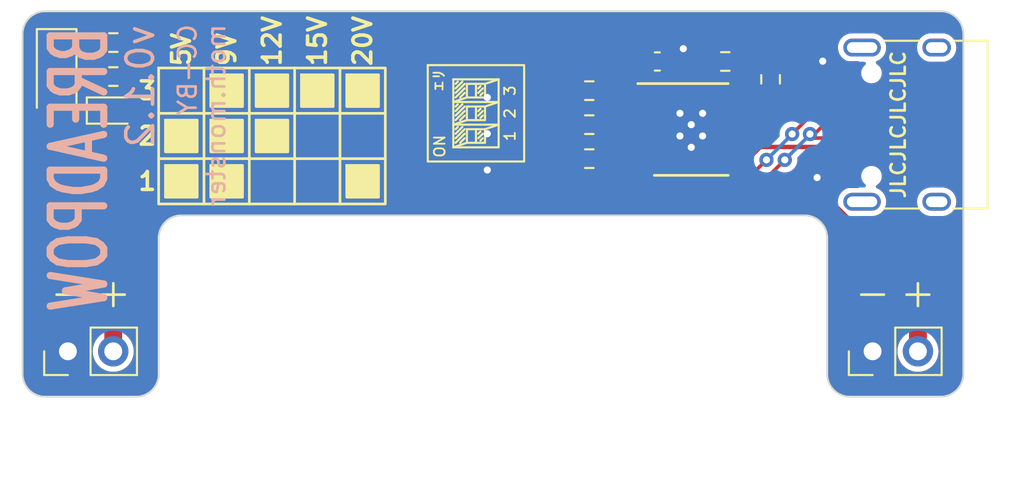
<source format=kicad_pcb>
(kicad_pcb (version 20221018) (generator pcbnew)
  (title_block (title "BREADPOW") (date "2023-08-30") (rev "0.1.2") (company "moth.monster"))
  (layers (0 "F.Cu" signal) (31 "B.Cu" signal) (34 "B.Paste" user) (35 "F.Paste" user) (36 "B.SilkS" user "B.Silkscreen") (37 "F.SilkS" user "F.Silkscreen") (38 "B.Mask" user) (39 "F.Mask" user) (44 "Edge.Cuts" user))
  (net 0 "")
  (net 1 "VDD")
  (net 2 "GND")
  (net 3 "Net-(D1-A)")
  (net 4 "Net-(D2-K)")
  (net 5 "VBUS")
  (net 6 "CC1")
  (net 7 "D+")
  (net 8 "D-")
  (net 10 "CC2")
  (net 13 "Net-(U1-VBUS)")
  (net 14 "CFG1")
  (net 15 "CFG2")
  (net 16 "CFG3")
  (footprint "Resistor_SMD:R_0603_1608Metric" (layer "F.Cu") (at 154.305 58.42 180)
    (fp_text reference "R4" hide)
    (fp_text value "10kΩ")
    (fp_line (start -0.237258 -0.5225) (end 0.237258 -0.5225) (stroke (width 0.12)) (layer "F.SilkS"))
    (fp_line (start -0.237258 0.5225) (end 0.237258 0.5225) (stroke (width 0.12)) (layer "F.SilkS"))
    (pad "1" smd roundrect (at -0.825 0 180) (size 0.8 0.95) (layers "F.Cu" "F.Paste" "F.Mask") (net 1 "VDD"))
    (pad "2" smd roundrect (at 0.825 0 180) (size 0.8 0.95) (layers "F.Cu" "F.Paste" "F.Mask") (net 15 "CFG2"))
  )
  (footprint "Diode_SMD:D_MiniMELF" (layer "F.Cu") (at 124.46 55.725 -90)
    (fp_text reference "D2" hide)
    (fp_text value "D_Zener")
    (fp_line (start -2.66 -1.11) (end -2.66 1.11) (stroke (width 0.12)) (layer "F.SilkS"))
    (fp_line (start -2.66 1.11) (end 1.75 1.11) (stroke (width 0.12)) (layer "F.SilkS"))
    (fp_line (start 1.75 -1.11) (end -2.66 -1.11) (stroke (width 0.12)) (layer "F.SilkS"))
    (pad "1" smd roundrect (at -1.75 0 270) (size 1.3 1.7) (layers "F.Cu" "F.Paste" "F.Mask") (roundrect_rratio 0.1923076923) (net 4 "Net-(D2-K)"))
    (pad "2" smd roundrect (at 1.75 0 270) (size 1.3 1.7) (layers "F.Cu" "F.Paste" "F.Mask") (roundrect_rratio 0.1923076923) (net 2 "GND"))
  )
  (footprint "Capacitor_SMD:C_0603_1608Metric" (layer "F.Cu") (at 158.115 54.88)
    (fp_text reference "C1" hide)
    (fp_text value "1µF")
    (fp_line (start -0.14058 -0.51) (end 0.14058 -0.51) (stroke (width 0.12)) (layer "F.SilkS"))
    (fp_line (start -0.14058 0.51) (end 0.14058 0.51) (stroke (width 0.12)) (layer "F.SilkS"))
    (pad "1" smd roundrect (at -0.775 0) (size 0.9 0.95) (layers "F.Cu" "F.Paste" "F.Mask") (net 1 "VDD"))
    (pad "2" smd roundrect (at 0.775 0) (size 0.9 0.95) (layers "F.Cu" "F.Paste" "F.Mask") (net 2 "GND"))
  )
  (footprint "Resistor_SMD:R_0603_1608Metric" (layer "F.Cu") (at 127.635 53.82)
    (fp_text reference "R6" hide)
    (fp_text value "100Ω")
    (fp_line (start -0.237258 -0.5225) (end 0.237258 -0.5225) (stroke (width 0.12)) (layer "F.SilkS"))
    (fp_line (start -0.237258 0.5225) (end 0.237258 0.5225) (stroke (width 0.12)) (layer "F.SilkS"))
    (pad "1" smd roundrect (at -0.825 0) (size 0.8 0.95) (layers "F.Cu" "F.Paste" "F.Mask") (net 4 "Net-(D2-K)"))
    (pad "2" smd roundrect (at 0.825 0) (size 0.8 0.95) (layers "F.Cu" "F.Paste" "F.Mask") (net 5 "VBUS"))
  )
  (footprint "Connector_PinHeader_2.54mm:PinHeader_1x02_P2.54mm_Vertical" (layer "F.Cu") (at 125.09 71.12 90)
    (fp_text reference "J2" hide)
    (fp_text value "Conn_01x02_Pin")
    (fp_line (start -1.33 -1.33) (end 0 -1.33) (stroke (width 0.12)) (layer "F.SilkS"))
    (fp_line (start -1.33 0) (end -1.33 -1.33) (stroke (width 0.12)) (layer "F.SilkS"))
    (fp_line (start -1.33 1.27) (end -1.33 3.87) (stroke (width 0.12)) (layer "F.SilkS"))
    (fp_line (start -1.33 1.27) (end 1.33 1.27) (stroke (width 0.12)) (layer "F.SilkS"))
    (fp_line (start -1.33 3.87) (end 1.33 3.87) (stroke (width 0.12)) (layer "F.SilkS"))
    (fp_line (start 1.33 1.27) (end 1.33 3.87) (stroke (width 0.12)) (layer "F.SilkS"))
    (pad "1" thru_hole rect (at 0 0 90) (size 1.7 1.7) (drill 1) (layers "*.Cu" "*.Mask") (net 2 "GND"))
    (pad "2" thru_hole oval (at 0 2.54 90) (size 1.7 1.7) (drill 1) (layers "*.Cu" "*.Mask") (net 5 "VBUS"))
  )
  (footprint "Connector_PinHeader_2.54mm:PinHeader_1x02_P2.54mm_Vertical" (layer "F.Cu") (at 170.18 71.12 90)
    (fp_text reference "J3" hide)
    (fp_text value "Conn_01x02_Pin")
    (fp_line (start -1.33 -1.33) (end 0 -1.33) (stroke (width 0.12)) (layer "F.SilkS"))
    (fp_line (start -1.33 0) (end -1.33 -1.33) (stroke (width 0.12)) (layer "F.SilkS"))
    (fp_line (start -1.33 1.27) (end -1.33 3.87) (stroke (width 0.12)) (layer "F.SilkS"))
    (fp_line (start -1.33 1.27) (end 1.33 1.27) (stroke (width 0.12)) (layer "F.SilkS"))
    (fp_line (start -1.33 3.87) (end 1.33 3.87) (stroke (width 0.12)) (layer "F.SilkS"))
    (fp_line (start 1.33 1.27) (end 1.33 3.87) (stroke (width 0.12)) (layer "F.SilkS"))
    (pad "1" thru_hole rect (at 0 0 90) (size 1.7 1.7) (drill 1) (layers "*.Cu" "*.Mask") (net 2 "GND"))
    (pad "2" thru_hole oval (at 0 2.54 90) (size 1.7 1.7) (drill 1) (layers "*.Cu" "*.Mask") (net 5 "VBUS"))
  )
  (footprint "breadpow:DSHP03TSGER" (layer "F.Cu") (at 147.955 57.785)
    (fp_text reference "SW1" hide)
    (fp_text value "SW_DIP_x03")
    (fp_text user "2" (at 1.905 0 90 unlocked) (layer "F.SilkS") (effects (font (size 0.6 0.6) (thickness 0.1) bold)))
    (fp_text user "1" (at 1.905 1.27 90 unlocked) (layer "F.SilkS") (effects (font (size 0.6 0.6) (thickness 0.1) bold)))
    (fp_text user "ON" (at -2.032 2.54 90 unlocked) (layer "F.SilkS") (effects (font (size 0.6 0.6) (thickness 0.1) bold) (justify left)))
    (fp_text user "3" (at 1.905 -1.27 90 unlocked) (layer "F.SilkS") (effects (font (size 0.6 0.6) (thickness 0.1) bold)))
    (fp_text user "エリ" (at -2.032 -2.54 90 unlocked) (layer "F.SilkS") (effects (font (size 0.6 0.6) (thickness 0.1) bold) (justify right)))
    (fp_line (start -1.27 -1.905) (end 1.27 -1.905) (stroke (width 0.12)) (layer "F.SilkS"))
    (fp_line (start -1.27 -0.635) (end -0.508 -0.889) (stroke (width 0.12)) (layer "F.SilkS"))
    (fp_line (start -1.27 -0.635) (end 1.27 -0.635) (stroke (width 0.12)) (layer "F.SilkS"))
    (fp_line (start -1.27 0.635) (end -0.508 0.381) (stroke (width 0.12)) (layer "F.SilkS"))
    (fp_line (start -1.27 0.635) (end 1.27 0.635) (stroke (width 0.12)) (layer "F.SilkS"))
    (fp_line (start -1.27 1.905) (end -1.27 -1.905) (stroke (width 0.12)) (layer "F.SilkS"))
    (fp_line (start -1.27 1.905) (end -0.508 1.651) (stroke (width 0.12)) (layer "F.SilkS"))
    (fp_line (start -1.143 -1.651) (end -1.016 -1.778) (stroke (width 0.12)) (layer "F.SilkS"))
    (fp_line (start -1.143 -1.397) (end -0.762 -1.778) (stroke (width 0.12)) (layer "F.SilkS"))
    (fp_line (start -1.143 -1.143) (end -0.635 -1.651) (stroke (width 0.12)) (layer "F.SilkS"))
    (fp_line (start -1.143 -0.889) (end -0.635 -1.397) (stroke (width 0.12)) (layer "F.SilkS"))
    (fp_line (start -1.143 -0.381) (end -1.016 -0.508) (stroke (width 0.12)) (layer "F.SilkS"))
    (fp_line (start -1.143 -0.127) (end -0.762 -0.508) (stroke (width 0.12)) (layer "F.SilkS"))
    (fp_line (start -1.143 0.127) (end -0.635 -0.381) (stroke (width 0.12)) (layer "F.SilkS"))
    (fp_line (start -1.143 0.381) (end -0.635 -0.127) (stroke (width 0.12)) (layer "F.SilkS"))
    (fp_line (start -1.143 0.889) (end -1.016 0.762) (stroke (width 0.12)) (layer "F.SilkS"))
    (fp_line (start -1.143 1.143) (end -0.762 0.762) (stroke (width 0.12)) (layer "F.SilkS"))
    (fp_line (start -1.143 1.397) (end -0.635 0.889) (stroke (width 0.12)) (layer "F.SilkS"))
    (fp_line (start -1.143 1.651) (end -0.635 1.143) (stroke (width 0.12)) (layer "F.SilkS"))
    (fp_line (start -0.889 -0.889) (end -0.635 -1.143) (stroke (width 0.12)) (layer "F.SilkS"))
    (fp_line (start -0.889 0.381) (end -0.635 0.127) (stroke (width 0.12)) (layer "F.SilkS"))
    (fp_line (start -0.889 1.651) (end -0.635 1.397) (stroke (width 0.12)) (layer "F.SilkS"))
    (fp_line (start 0 -0.889) (end 0 -1.651) (stroke (width 0.12)) (layer "F.SilkS"))
    (fp_line (start 0 -0.381) (end 0 0.381) (stroke (width 0.12)) (layer "F.SilkS"))
    (fp_line (start 0 1.651) (end 0 0.889) (stroke (width 0.12)) (layer "F.SilkS"))
    (fp_line (start 0.127 -1.397) (end 0.254 -1.524) (stroke (width 0.12)) (layer "F.SilkS"))
    (fp_line (start 0.127 -1.143) (end 0.381 -1.397) (stroke (width 0.12)) (layer "F.SilkS"))
    (fp_line (start 0.127 -0.127) (end 0.254 -0.254) (stroke (width 0.12)) (layer "F.SilkS"))
    (fp_line (start 0.127 0.127) (end 0.381 -0.127) (stroke (width 0.12)) (layer "F.SilkS"))
    (fp_line (start 0.127 1.143) (end 0.254 1.016) (stroke (width 0.12)) (layer "F.SilkS"))
    (fp_line (start 0.127 1.397) (end 0.381 1.143) (stroke (width 0.12)) (layer "F.SilkS"))
    (fp_line (start 0.254 -1.016) (end 0.381 -1.143) (stroke (width 0.12)) (layer "F.SilkS"))
    (fp_line (start 0.254 0.254) (end 0.381 0.127) (stroke (width 0.12)) (layer "F.SilkS"))
    (fp_line (start 0.254 1.524) (end 0.381 1.397) (stroke (width 0.12)) (layer "F.SilkS"))
    (fp_line (start 0.508 -0.381) (end 1.27 -0.635) (stroke (width 0.12)) (layer "F.SilkS"))
    (fp_line (start 0.508 0.889) (end 1.27 0.635) (stroke (width 0.12)) (layer "F.SilkS"))
    (fp_line (start 1.27 -1.905) (end 0.508 -1.651) (stroke (width 0.12)) (layer "F.SilkS"))
    (fp_line (start 1.27 -1.905) (end 1.27 1.905) (stroke (width 0.12)) (layer "F.SilkS"))
    (fp_line (start 1.27 1.905) (end -1.27 1.905) (stroke (width 0.12)) (layer "F.SilkS"))
    (fp_rect (start -2.7 -2.7) (end 2.7 2.7) (stroke (width 0.12)) (fill none) (layer "F.SilkS"))
    (fp_rect (start -0.508 -1.651) (end 0.508 -0.889) (stroke (width 0.12)) (fill none) (layer "F.SilkS"))
    (fp_rect (start -0.508 -0.381) (end 0.508 0.381) (stroke (width 0.12)) (fill none) (layer "F.SilkS"))
    (fp_rect (start -0.508 0.889) (end 0.508 1.651) (stroke (width 0.12)) (fill none) (layer "F.SilkS"))
    (pad "1" smd rect (at -3.81 -1.27) (size 1.27 0.76) (layers "F.Cu" "F.Paste" "F.Mask") (net 2 "GND"))
    (pad "2" smd rect (at -3.81 0) (size 1.27 0.76) (layers "F.Cu" "F.Paste" "F.Mask") (net 2 "GND"))
    (pad "3" smd rect (at -3.81 1.27) (size 1.27 0.76) (layers "F.Cu" "F.Paste" "F.Mask") (net 2 "GND"))
    (pad "4" smd rect (at 3.81 -1.27) (size 1.27 0.76) (layers "F.Cu" "F.Paste" "F.Mask") (net 14 "CFG1"))
    (pad "5" smd rect (at 3.81 0) (size 1.27 0.76) (layers "F.Cu" "F.Paste" "F.Mask") (net 15 "CFG2"))
    (pad "6" smd rect (at 3.81 1.27) (size 1.27 0.76) (layers "F.Cu" "F.Paste" "F.Mask") (net 16 "CFG3"))
  )
  (footprint "Resistor_SMD:R_0603_1608Metric" (layer "F.Cu") (at 164.465 55.88 90)
    (fp_text reference "R2" hide)
    (fp_text value "10kΩ")
    (fp_line (start -0.237258 -0.5225) (end 0.237258 -0.5225) (stroke (width 0.12)) (layer "F.SilkS"))
    (fp_line (start -0.237258 0.5225) (end 0.237258 0.5225) (stroke (width 0.12)) (layer "F.SilkS"))
    (pad "1" smd roundrect (at -0.825 0 90) (size 0.8 0.95) (layers "F.Cu" "F.Paste" "F.Mask") (net 13 "Net-(U1-VBUS)"))
    (pad "2" smd roundrect (at 0.825 0 90) (size 0.8 0.95) (layers "F.Cu" "F.Paste" "F.Mask") (net 5 "VBUS"))
  )
  (footprint "Resistor_SMD:R_0603_1608Metric" (layer "F.Cu") (at 154.305 56.515 180)
    (fp_text reference "R3" hide)
    (fp_text value "10kΩ")
    (fp_line (start -0.237258 -0.5225) (end 0.237258 -0.5225) (stroke (width 0.12)) (layer "F.SilkS"))
    (fp_line (start -0.237258 0.5225) (end 0.237258 0.5225) (stroke (width 0.12)) (layer "F.SilkS"))
    (pad "1" smd roundrect (at -0.825 0 180) (size 0.8 0.95) (layers "F.Cu" "F.Paste" "F.Mask") (net 1 "VDD"))
    (pad "2" smd roundrect (at 0.825 0 180) (size 0.8 0.95) (layers "F.Cu" "F.Paste" "F.Mask") (net 14 "CFG1"))
  )
  (footprint "Resistor_SMD:R_0603_1608Metric" (layer "F.Cu") (at 154.305 60.325 180)
    (fp_text reference "R5" hide)
    (fp_text value "10kΩ")
    (fp_line (start -0.237258 -0.5225) (end 0.237258 -0.5225) (stroke (width 0.12)) (layer "F.SilkS"))
    (fp_line (start -0.237258 0.5225) (end 0.237258 0.5225) (stroke (width 0.12)) (layer "F.SilkS"))
    (pad "1" smd roundrect (at -0.825 0 180) (size 0.8 0.95) (layers "F.Cu" "F.Paste" "F.Mask") (net 1 "VDD"))
    (pad "2" smd roundrect (at 0.825 0 180) (size 0.8 0.95) (layers "F.Cu" "F.Paste" "F.Mask") (net 16 "CFG3"))
  )
  (footprint "Resistor_SMD:R_0603_1608Metric" (layer "F.Cu") (at 161.925 54.88)
    (fp_text reference "R1" hide)
    (fp_text value "1kΩ")
    (fp_line (start -0.237258 -0.5225) (end 0.237258 -0.5225) (stroke (width 0.12)) (layer "F.SilkS"))
    (fp_line (start -0.237258 0.5225) (end 0.237258 0.5225) (stroke (width 0.12)) (layer "F.SilkS"))
    (pad "1" smd roundrect (at -0.825 0) (size 0.8 0.95) (layers "F.Cu" "F.Paste" "F.Mask") (net 1 "VDD"))
    (pad "2" smd roundrect (at 0.825 0) (size 0.8 0.95) (layers "F.Cu" "F.Paste" "F.Mask") (net 5 "VBUS"))
  )
  (footprint "Connector_USB:USB_C_Receptacle_HRO_TYPE-C-31-M-12" (layer "F.Cu") (at 172.72 58.42 90)
    (fp_text reference "J1" hide)
    (fp_text value "HRO 31-M-12")
    (fp_line (start -4.7 -1.9) (end -4.7 0.1) (stroke (width 0.12)) (layer "F.SilkS"))
    (fp_line (start -4.7 2) (end -4.7 3.9) (stroke (width 0.12)) (layer "F.SilkS"))
    (fp_line (start -4.7 3.9) (end 4.7 3.9) (stroke (width 0.12)) (layer "F.SilkS"))
    (fp_line (start 4.7 -1.9) (end 4.7 0.1) (stroke (width 0.12)) (layer "F.SilkS"))
    (fp_line (start 4.7 2) (end 4.7 3.9) (stroke (width 0.12)) (layer "F.SilkS"))
    (pad "" np_thru_hole circle (at -2.89 -2.6 90) (size 0.65 0.65) (drill 0.65) (layers "*.Cu" "*.Mask"))
    (pad "" np_thru_hole circle (at 2.89 -2.6 90) (size 0.65 0.65) (drill 0.65) (layers "*.Cu" "*.Mask"))
    (pad "A1" smd rect (at -3.25 -4.045 90) (size 0.6 1.45) (layers "F.Cu" "F.Paste" "F.Mask") (net 2 "GND"))
    (pad "A4" smd rect (at -2.45 -4.045 90) (size 0.6 1.45) (layers "F.Cu" "F.Paste" "F.Mask") (net 5 "VBUS"))
    (pad "A5" smd rect (at -1.25 -4.045 90) (size 0.3 1.45) (layers "F.Cu" "F.Paste" "F.Mask") (net 6 "CC1"))
    (pad "A6" smd rect (at -0.25 -4.045 90) (size 0.3 1.45) (layers "F.Cu" "F.Paste" "F.Mask") (net 7 "D+"))
    (pad "A7" smd rect (at 0.25 -4.045 90) (size 0.3 1.45) (layers "F.Cu" "F.Paste" "F.Mask") (net 8 "D-"))
    (pad "A8" smd rect (at 1.25 -4.045 90) (size 0.3 1.45) (layers "F.Cu" "F.Paste" "F.Mask"))
    (pad "A9" smd rect (at 2.45 -4.045 90) (size 0.6 1.45) (layers "F.Cu" "F.Paste" "F.Mask") (net 5 "VBUS"))
    (pad "A12" smd rect (at 3.25 -4.045 90) (size 0.6 1.45) (layers "F.Cu" "F.Paste" "F.Mask") (net 2 "GND"))
    (pad "B1" smd rect (at 3.25 -4.045 90) (size 0.6 1.45) (layers "F.Cu" "F.Paste" "F.Mask") (net 2 "GND"))
    (pad "B4" smd rect (at 2.45 -4.045 90) (size 0.6 1.45) (layers "F.Cu" "F.Paste" "F.Mask") (net 5 "VBUS"))
    (pad "B5" smd rect (at 1.75 -4.045 90) (size 0.3 1.45) (layers "F.Cu" "F.Paste" "F.Mask") (net 10 "CC2"))
    (pad "B6" smd rect (at 0.75 -4.045 90) (size 0.3 1.45) (layers "F.Cu" "F.Paste" "F.Mask") (net 7 "D+"))
    (pad "B7" smd rect (at -0.75 -4.045 90) (size 0.3 1.45) (layers "F.Cu" "F.Paste" "F.Mask") (net 8 "D-"))
    (pad "B8" smd rect (at -1.75 -4.045 90) (size 0.3 1.45) (layers "F.Cu" "F.Paste" "F.Mask"))
    (pad "B9" smd rect (at -2.45 -4.045 90) (size 0.6 1.45) (layers "F.Cu" "F.Paste" "F.Mask") (net 5 "VBUS"))
    (pad "B12" smd rect (at -3.25 -4.045 90) (size 0.6 1.45) (layers "F.Cu" "F.Paste" "F.Mask") (net 2 "GND"))
    (pad "S1" thru_hole oval (at -4.32 -3.13 90) (size 1 2.1) (drill oval 0.6 1.7) (layers "*.Cu" "*.Mask"))
    (pad "S1" thru_hole oval (at -4.32 1.05 90) (size 1 1.6) (drill oval 0.6 1.2) (layers "*.Cu" "*.Mask"))
    (pad "S1" thru_hole oval (at 4.32 -3.13 90) (size 1 2.1) (drill oval 0.6 1.7) (layers "*.Cu" "*.Mask"))
    (pad "S1" thru_hole oval (at 4.32 1.05 90) (size 1 1.6) (drill oval 0.6 1.2) (layers "*.Cu" "*.Mask"))
  )
  (footprint "Resistor_SMD:R_0603_1608Metric" (layer "F.Cu") (at 127.635 55.725 180)
    (fp_text reference "R7" hide)
    (fp_text value "100Ω")
    (fp_line (start -0.237258 -0.5225) (end 0.237258 -0.5225) (stroke (width 0.12)) (layer "F.SilkS"))
    (fp_line (start -0.237258 0.5225) (end 0.237258 0.5225) (stroke (width 0.12)) (layer "F.SilkS"))
    (pad "1" smd roundrect (at -0.825 0 180) (size 0.8 0.95) (layers "F.Cu" "F.Paste" "F.Mask") (net 3 "Net-(D1-A)"))
    (pad "2" smd roundrect (at 0.825 0 180) (size 0.8 0.95) (layers "F.Cu" "F.Paste" "F.Mask") (net 4 "Net-(D2-K)"))
  )
  (footprint "LED_SMD:LED_0603_1608Metric" (layer "F.Cu") (at 127.635 57.63)
    (fp_text reference "D1" hide)
    (fp_text value "LED")
    (fp_line (start -1.485 -0.735) (end -1.485 0.735) (stroke (width 0.12)) (layer "F.SilkS"))
    (fp_line (start -1.485 0.735) (end 0.8 0.735) (stroke (width 0.12)) (layer "F.SilkS"))
    (fp_line (start 0.8 -0.735) (end -1.485 -0.735) (stroke (width 0.12)) (layer "F.SilkS"))
    (pad "1" smd roundrect (at -0.7875 0) (size 0.875 0.95) (layers "F.Cu" "F.Paste" "F.Mask") (net 2 "GND"))
    (pad "2" smd roundrect (at 0.7875 0) (size 0.875 0.95) (layers "F.Cu" "F.Paste" "F.Mask") (net 3 "Net-(D1-A)"))
  )
  (footprint "breadpow:CH224K_ESSOP10" (layer "F.Cu") (at 160.02 58.69)
    (fp_text reference "U1" hide)
    (fp_text value "CH224K")
    (fp_line (start -3 -2.57) (end 2.07 -2.57) (stroke (width 0.15)) (layer "F.SilkS"))
    (fp_line (start -2.07 2.57) (end 2.07 2.57) (stroke (width 0.15)) (layer "F.SilkS"))
    (pad "1" smd rect (at -2.55 -2) (size 1.1 0.51) (layers "F.Cu" "F.Paste" "F.Mask") (net 1 "VDD"))
    (pad "2" smd rect (at -2.55 -1) (size 1.1 0.51) (layers "F.Cu" "F.Paste" "F.Mask") (net 15 "CFG2"))
    (pad "3" smd rect (at -2.55 0) (size 1.1 0.51) (layers "F.Cu" "F.Paste" "F.Mask") (net 16 "CFG3"))
    (pad "4" smd rect (at -2.55 1) (size 1.1 0.51) (layers "F.Cu" "F.Paste" "F.Mask") (net 7 "D+"))
    (pad "5" smd rect (at -2.55 2) (size 1.1 0.51) (layers "F.Cu" "F.Paste" "F.Mask") (net 8 "D-"))
    (pad "6" smd rect (at 2.55 2) (size 1.1 0.51) (layers "F.Cu" "F.Paste" "F.Mask") (net 6 "CC1"))
    (pad "7" smd rect (at 2.55 1) (size 1.1 0.51) (layers "F.Cu" "F.Paste" "F.Mask") (net 10 "CC2"))
    (pad "8" smd rect (at 2.55 0) (size 1.1 0.51) (layers "F.Cu" "F.Paste" "F.Mask") (net 13 "Net-(U1-VBUS)"))
    (pad "9" smd rect (at 2.55 -1) (size 1.1 0.51) (layers "F.Cu" "F.Paste" "F.Mask") (net 14 "CFG1"))
    (pad "10" smd rect (at 2.55 -2) (size 1.1 0.51) (layers "F.Cu" "F.Paste" "F.Mask"))
    (pad "11" smd rect (at 0 0) (size 2.3 3.2) (layers "F.Cu" "F.Paste" "F.Mask") (net 2 "GND"))
  )
  (gr_rect (start 135.636 58.166) (end 137.414 59.944) (stroke (width 0.15)) (fill solid) (layer "F.SilkS"))
  (gr_rect (start 135.636 55.626) (end 137.414 57.404) (stroke (width 0.15)) (fill solid) (layer "F.SilkS"))
  (gr_line (start 130.175 57.785) (end 142.875 57.785) (stroke (width 0.15)) (layer "F.SilkS"))
  (gr_rect (start 140.716 55.626) (end 142.494 57.404) (stroke (width 0.15)) (fill solid) (layer "F.SilkS"))
  (gr_line (start 140.335 55.245) (end 140.335 62.865) (stroke (width 0.15)) (layer "F.SilkS"))
  (gr_line (start 125.73 67.945) (end 124.46 67.945) (stroke (width 0.15)) (layer "F.SilkS"))
  (gr_line (start 172.72 67.31) (end 172.72 68.58) (stroke (width 0.15)) (layer "F.SilkS"))
  (gr_rect (start 133.096 60.706) (end 134.874 62.484) (stroke (width 0.15)) (fill solid) (layer "F.SilkS"))
  (gr_rect (start 130.556 60.706) (end 132.334 62.484) (stroke (width 0.15)) (fill solid) (layer "F.SilkS"))
  (gr_rect (start 133.096 55.626) (end 134.874 57.404) (stroke (width 0.15)) (fill solid) (layer "F.SilkS"))
  (gr_line (start 127.635 68.58) (end 127.635 67.31) (stroke (width 0.15)) (layer "F.SilkS"))
  (gr_line (start 137.795 55.245) (end 137.795 62.865) (stroke (width 0.15)) (layer "F.SilkS"))
  (gr_rect (start 130.175 55.245) (end 142.875 62.865) (stroke (width 0.15)) (fill none) (layer "F.SilkS"))
  (gr_rect (start 133.096 58.166) (end 134.874 59.944) (stroke (width 0.15)) (fill solid) (layer "F.SilkS"))
  (gr_line (start 169.545 67.945) (end 170.815 67.945) (stroke (width 0.15)) (layer "F.SilkS"))
  (gr_line (start 130.175 60.325) (end 142.875 60.325) (stroke (width 0.15)) (layer "F.SilkS"))
  (gr_line (start 132.715 55.245) (end 132.715 62.865) (stroke (width 0.15)) (layer "F.SilkS"))
  (gr_line (start 135.255 55.245) (end 135.255 62.865) (stroke (width 0.15)) (layer "F.SilkS"))
  (gr_line (start 127 67.945) (end 128.27 67.945) (stroke (width 0.15)) (layer "F.SilkS"))
  (gr_rect (start 140.716 60.706) (end 142.494 62.484) (stroke (width 0.15)) (fill solid) (layer "F.SilkS"))
  (gr_rect (start 138.176 55.626) (end 139.954 57.404) (stroke (width 0.15)) (fill solid) (layer "F.SilkS"))
  (gr_rect (start 130.556 58.166) (end 132.334 59.944) (stroke (width 0.15)) (fill solid) (layer "F.SilkS"))
  (gr_line (start 172.085 67.945) (end 173.355 67.945) (stroke (width 0.15)) (layer "F.SilkS"))
  (gr_arc (start 123.825 73.66) (mid 122.926974 73.288026) (end 122.555 72.39) (stroke (width 0.1)) (layer "Edge.Cuts"))
  (gr_arc (start 130.175 64.77) (mid 130.546974 63.871974) (end 131.445 63.5) (stroke (width 0.1)) (layer "Edge.Cuts"))
  (gr_line (start 122.555 72.39) (end 122.555 63.5) (stroke (width 0.1)) (layer "Edge.Cuts"))
  (gr_line (start 175.26 72.39) (end 175.26 63.5) (stroke (width 0.1)) (layer "Edge.Cuts"))
  (gr_line (start 122.555 53.34) (end 122.555 63.5) (stroke (width 0.1)) (layer "Edge.Cuts"))
  (gr_arc (start 166.37 63.5) (mid 167.268026 63.871974) (end 167.64 64.77) (stroke (width 0.1)) (layer "Edge.Cuts"))
  (gr_line (start 168.91 73.66) (end 173.99 73.66) (stroke (width 0.1)) (layer "Edge.Cuts"))
  (gr_arc (start 168.91 73.66) (mid 168.011974 73.288026) (end 167.64 72.39) (stroke (width 0.1)) (layer "Edge.Cuts"))
  (gr_line (start 128.905 73.66) (end 123.825 73.66) (stroke (width 0.1)) (layer "Edge.Cuts"))
  (gr_arc (start 175.26 72.39) (mid 174.888026 73.288026) (end 173.99 73.66) (stroke (width 0.1)) (layer "Edge.Cuts"))
  (gr_line (start 131.445 63.5) (end 166.37 63.5) (stroke (width 0.1)) (layer "Edge.Cuts"))
  (gr_arc (start 173.99 52.07) (mid 174.888026 52.441974) (end 175.26 53.34) (stroke (width 0.1)) (layer "Edge.Cuts"))
  (gr_line (start 173.99 52.07) (end 123.825 52.07) (stroke (width 0.1)) (layer "Edge.Cuts"))
  (gr_arc (start 130.175 72.39) (mid 129.803026 73.288026) (end 128.905 73.66) (stroke (width 0.1)) (layer "Edge.Cuts"))
  (gr_arc (start 122.555 53.34) (mid 122.926974 52.441974) (end 123.825 52.07) (stroke (width 0.1)) (layer "Edge.Cuts"))
  (gr_line (start 175.26 63.5) (end 175.26 53.34) (stroke (width 0.1)) (layer "Edge.Cuts"))
  (gr_line (start 130.175 72.39) (end 130.175 64.77) (stroke (width 0.1)) (layer "Edge.Cuts"))
  (gr_line (start 167.64 64.77) (end 167.64 72.39) (stroke (width 0.1)) (layer "Edge.Cuts"))
  (gr_text "v0.1.2" (at 128.27 52.705 90) (layer "B.SilkS") (effects (font (size 1.5 1.5) (thickness 0.2)) (justify left top mirror)))
  (gr_text "CC-BY\nmoth.monster" (at 133.985 52.705 90) (layer "B.SilkS") (effects (font (size 1 1)) (justify left bottom mirror)))
  (gr_text "BREADPOW" (at 125.73 52.705 90) (layer "B.SilkS") (effects (font (size 3 2) (thickness 0.4) bold) (justify left mirror)))
  (gr_text "12V" (at 136.525 55.245 90) (layer "F.SilkS") (effects (font (size 1 1) (thickness 0.2) bold) (justify left)))
  (gr_text "9V" (at 133.985 55.245 90) (layer "F.SilkS") (effects (font (size 1 1) (thickness 0.2) bold) (justify left)))
  (gr_text "1" (at 129.54 61.595) (layer "F.SilkS") (effects (font (size 1 1) (thickness 0.2) bold)))
  (gr_text "2" (at 129.54 59.055) (layer "F.SilkS") (effects (font (size 1 1) (thickness 0.2) bold)))
  (gr_text "JLCJLCJLCJLC" (at 172.085 58.42 90) (layer "F.SilkS") (effects (font (size 0.8 0.8)) (justify bottom)))
  (gr_text "5V" (at 131.445 55.245 90) (layer "F.SilkS") (effects (font (size 1 1) (thickness 0.2) bold) (justify left)))
  (gr_text "3" (at 129.54 56.515) (layer "F.SilkS") (effects (font (size 1 1) (thickness 0.2) bold)))
  (gr_text "20V" (at 141.605 55.245 90) (layer "F.SilkS") (effects (font (size 1 1) (thickness 0.2) bold) (justify left)))
  (gr_text "15V" (at 139.065 55.245 90) (layer "F.SilkS") (effects (font (size 1 1) (thickness 0.2) bold) (justify left)))
  (segment (start 155.13 60.325) (end 155.13 58.42) (width 0.25) (layer "F.Cu") (net 1))
  (segment (start 157.47 56.69) (end 157.47 55.01) (width 0.25) (layer "F.Cu") (net 1))
  (segment (start 155.13 58.42) (end 155.13 56.515) (width 0.25) (layer "F.Cu") (net 1))
  (segment (start 157.47 56.69) (end 159.29 56.69) (width 0.25) (layer "F.Cu") (net 1))
  (segment (start 157.47 56.69) (end 155.305 56.69) (width 0.25) (layer "F.Cu") (net 1))
  (segment (start 159.29 56.69) (end 161.1 54.88) (width 0.25) (layer "F.Cu") (net 1))
  (segment (start 167.331446 61.384999) (end 167.616447 61.67) (width 0.5) (layer "F.Cu") (net 2))
  (segment (start 167.070623 61.384999) (end 167.331446 61.384999) (width 0.5) (layer "F.Cu") (net 2))
  (segment (start 167.616447 61.67) (end 168.675 61.67) (width 0.5) (layer "F.Cu") (net 2))
  (segment (start 158.89 54.84794) (end 159.57397 54.16397) (width 0.5) (layer "F.Cu") (net 2))
  (via (at 148.59 60.96) (size 0.8) (drill 0.4) (layers "F.Cu" "B.Cu") (net 2))
  (via (at 159.385 57.785) (size 0.8) (drill 0.4) (layers "F.Cu" "B.Cu") (net 2))
  (via (at 159.385 59.055) (size 0.8) (drill 0.4) (layers "F.Cu" "B.Cu") (net 2))
  (via (at 160.655 57.785) (size 0.8) (drill 0.4) (layers "F.Cu" "B.Cu") (net 2))
  (via (at 160.02 58.42) (size 0.8) (drill 0.4) (layers "F.Cu" "B.Cu") (net 2))
  (via (at 167.070623 61.384999) (size 0.8) (drill 0.4) (layers "F.Cu" "B.Cu") (net 2))
  (via (at 148.59 58.928) (size 0.8) (drill 0.4) (layers "F.Cu" "B.Cu") (net 2))
  (via (at 148.59 56.896) (size 0.8) (drill 0.4) (layers "F.Cu" "B.Cu") (net 2))
  (via (at 167.386 54.864) (size 0.8) (drill 0.4) (layers "F.Cu" "B.Cu") (net 2))
  (via (at 160.655 59.055) (size 0.8) (drill 0.4) (layers "F.Cu" "B.Cu") (net 2))
  (via (at 160.02 59.69) (size 0.8) (drill 0.4) (layers "F.Cu" "B.Cu") (net 2))
  (via (at 159.57397 54.16397) (size 0.8) (drill 0.4) (layers "F.Cu" "B.Cu") (net 2))
  (segment (start 128.46 55.725) (end 128.46 57.5925) (width 0.25) (layer "F.Cu") (net 3))
  (segment (start 126.81 53.82) (end 126.81 55.725) (width 0.25) (layer "F.Cu") (net 4))
  (segment (start 126.81 53.82) (end 124.615 53.82) (width 0.25) (layer "F.Cu") (net 4))
  (segment (start 152.908 55.568914) (end 150.161086 55.568914) (width 0.5) (layer "F.Cu") (net 5))
  (segment (start 155.867858 53.31397) (end 153.612914 55.568914) (width 0.5) (layer "F.Cu") (net 5))
  (segment (start 153.612914 55.568914) (end 152.908 55.568914) (width 0.5) (layer "F.Cu") (net 5))
  (segment (start 162.329318 54.078682) (end 162.75 54.499365) (width 0.5) (layer "F.Cu") (net 5))
  (segment (start 163.83 62.484) (end 164.76954 62.484) (width 0.5) (layer "F.Cu") (net 5))
  (segment (start 163.83 62.484) (end 167.086944 62.484) (width 1) (layer "F.Cu") (net 5))
  (segment (start 127.63 65.41) (end 130.556 62.484) (width 1) (layer "F.Cu") (net 5))
  (segment (start 150.045 55.685) (end 150.161086 55.568914) (width 0.5) (layer "F.Cu") (net 5))
  (segment (start 162.329318 54.078682) (end 161.564605 53.31397) (width 0.5) (layer "F.Cu") (net 5))
  (segment (start 165.38 55.97) (end 164.465 55.055) (width 0.5) (layer "F.Cu") (net 5))
  (segment (start 128.46 53.82) (end 130.208914 55.568914) (width 0.5) (layer "F.Cu") (net 5))
  (segment (start 167.086944 62.484) (end 172.72 68.117056) (width 1) (layer "F.Cu") (net 5))
  (segment (start 150.045 55.685) (end 150.045 62.126) (width 0.5) (layer "F.Cu") (net 5))
  (segment (start 162.75 54.499365) (end 162.75 54.88) (width 0.5) (layer "F.Cu") (net 5))
  (segment (start 167.405325 60.468928) (end 166.784612 60.468928) (width 0.5) (layer "F.Cu") (net 5))
  (segment (start 163.305636 55.055) (end 164.465 55.055) (width 0.5) (layer "F.Cu") (net 5))
  (segment (start 162.329318 54.078682) (end 163.305636 55.055) (width 0.5) (layer "F.Cu") (net 5))
  (segment (start 150.045 62.126) (end 150.114 62.195) (width 0.5) (layer "F.Cu") (net 5))
  (segment (start 167.806397 60.87) (end 167.405325 60.468928) (width 0.5) (layer "F.Cu") (net 5))
  (segment (start 166.784612 60.468928) (end 164.76954 62.484) (width 0.5) (layer "F.Cu") (net 5))
  (segment (start 127.63 71.12) (end 127.63 65.41) (width 1) (layer "F.Cu") (net 5))
  (segment (start 168.675 55.97) (end 165.38 55.97) (width 0.5) (layer "F.Cu") (net 5))
  (segment (start 161.564605 53.31397) (end 155.867858 53.31397) (width 0.5) (layer "F.Cu") (net 5))
  (segment (start 168.675 60.87) (end 167.806397 60.87) (width 0.5) (layer "F.Cu") (net 5))
  (segment (start 172.72 71.12) (end 172.72 68.117056) (width 1) (layer "F.Cu") (net 5))
  (segment (start 130.556 62.484) (end 163.83 62.484) (width 1) (layer "F.Cu") (net 5))
  (segment (start 130.208914 55.568914) (end 152.908 55.568914) (width 0.5) (layer "F.Cu") (net 5))
  (segment (start 162.865 60.69) (end 163.885 59.67) (width 0.25) (layer "F.Cu") (net 6))
  (segment (start 163.885 59.67) (end 168.675 59.67) (width 0.25) (layer "F.Cu") (net 6))
  (segment (start 166.946586 57.67) (end 165.671173 58.945413) (width 0.2) (layer "F.Cu") (net 7))
  (segment (start 159.32 61.245) (end 157.765 59.69) (width 0.2) (layer "F.Cu") (net 7))
  (segment (start 169.926 58.394) (end 169.926 57.946) (width 0.2) (layer "F.Cu") (net 7))
  (segment (start 169.65 57.67) (end 168.675 57.67) (width 0.2) (layer "F.Cu") (net 7))
  (segment (start 169.65 58.67) (end 169.926 58.394) (width 0.2) (layer "F.Cu") (net 7))
  (segment (start 168.675 58.67) (end 169.65 58.67) (width 0.2) (layer "F.Cu") (net 7))
  (segment (start 164.232799 60.3945) (end 163.382299 61.245) (width 0.2) (layer "F.Cu") (net 7))
  (segment (start 168.675 57.67) (end 166.946586 57.67) (width 0.2) (layer "F.Cu") (net 7))
  (segment (start 163.382299 61.245) (end 159.32 61.245) (width 0.2) (layer "F.Cu") (net 7))
  (segment (start 169.926 57.946) (end 169.65 57.67) (width 0.2) (layer "F.Cu") (net 7))
  (via (at 164.232799 60.3945) (size 0.8) (drill 0.4) (layers "F.Cu" "B.Cu") (net 7))
  (via (at 165.671173 58.945413) (size 0.8) (drill 0.4) (layers "F.Cu" "B.Cu") (net 7))
  (segment (start 165.671173 58.956126) (end 164.232799 60.3945) (width 0.2) (layer "B.Cu") (net 7))
  (segment (start 165.671173 58.945413) (end 165.671173 58.956126) (width 0.2) (layer "B.Cu") (net 7))
  (segment (start 168.675 58.17) (end 167.7 58.17) (width 0.2) (layer "F.Cu") (net 8))
  (segment (start 166.924132 58.945868) (end 166.670675 58.945868) (width 0.2) (layer "F.Cu") (net 8))
  (segment (start 157.47 60.69) (end 158.425 61.645) (width 0.2) (layer "F.Cu") (net 8))
  (segment (start 166.670675 58.945868) (end 166.894807 59.17) (width 0.2) (layer "F.Cu") (net 8))
  (segment (start 166.894807 59.17) (end 168.675 59.17) (width 0.2) (layer "F.Cu") (net 8))
  (segment (start 167.7 58.17) (end 166.924132 58.945868) (width 0.2) (layer "F.Cu") (net 8))
  (segment (start 158.425 61.645) (end 164.008774 61.645) (width 0.2) (layer "F.Cu") (net 8))
  (segment (start 164.008774 61.645) (end 165.259274 60.3945) (width 0.2) (layer "F.Cu") (net 8))
  (via (at 165.259274 60.3945) (size 0.8) (drill 0.4) (layers "F.Cu" "B.Cu") (net 8))
  (via (at 166.670675 58.945868) (size 0.8) (drill 0.4) (layers "F.Cu" "B.Cu") (net 8))
  (segment (start 165.259274 60.3945) (end 166.670675 58.983099) (width 0.2) (layer "B.Cu") (net 8))
  (segment (start 166.670675 58.983099) (end 166.670675 58.945868) (width 0.2) (layer "B.Cu") (net 8))
  (segment (start 166.248604 56.67) (end 168.675 56.67) (width 0.25) (layer "F.Cu") (net 10))
  (segment (start 162.57 59.69) (end 163.228604 59.69) (width 0.25) (layer "F.Cu") (net 10))
  (segment (start 163.228604 59.69) (end 166.248604 56.67) (width 0.25) (layer "F.Cu") (net 10))
  (segment (start 164.465 57.09) (end 164.465 56.705) (width 0.25) (layer "F.Cu") (net 13))
  (segment (start 162.865 58.69) (end 164.465 57.09) (width 0.25) (layer "F.Cu") (net 13))
  (segment (start 161.517462 54.08) (end 160.682538 54.08) (width 0.25) (layer "F.Cu") (net 14))
  (segment (start 160.682538 54.08) (end 160.02 54.742538) (width 0.25) (layer "F.Cu") (net 14))
  (segment (start 158.115 54.402183) (end 157.792817 54.08) (width 0.25) (layer "F.Cu") (net 14))
  (segment (start 155.915 54.08) (end 153.48 56.515) (width 0.25) (layer "F.Cu") (net 14))
  (segment (start 159.585 55.68) (end 160.02 55.245) (width 0.25) (layer "F.Cu") (net 14))
  (segment (start 157.792817 54.08) (end 155.915 54.08) (width 0.25) (layer "F.Cu") (net 14))
  (segment (start 158.115 55.357817) (end 158.115 54.402183) (width 0.25) (layer "F.Cu") (net 14))
  (segment (start 160.02 54.742538) (end 160.02 55.245) (width 0.25) (layer "F.Cu") (net 14))
  (segment (start 161.925 55.48) (end 161.925 54.487538) (width 0.25) (layer "F.Cu") (net 14))
  (segment (start 158.437183 55.68) (end 159.585 55.68) (width 0.25) (layer "F.Cu") (net 14))
  (segment (start 162.995 55.68) (end 162.125 55.68) (width 0.25) (layer "F.Cu") (net 14))
  (segment (start 162.865 57.69) (end 163.475 57.08) (width 0.25) (layer "F.Cu") (net 14))
  (segment (start 151.765 56.515) (end 153.48 56.515) (width 0.25) (layer "F.Cu") (net 14))
  (segment (start 163.475 56.16) (end 162.995 55.68) (width 0.25) (layer "F.Cu") (net 14))
  (segment (start 161.925 54.487538) (end 161.517462 54.08) (width 0.25) (layer "F.Cu") (net 14))
  (segment (start 162.125 55.68) (end 161.925 55.48) (width 0.25) (layer "F.Cu") (net 14))
  (segment (start 163.475 57.08) (end 163.475 56.16) (width 0.25) (layer "F.Cu") (net 14))
  (segment (start 158.115 55.357817) (end 158.437183 55.68) (width 0.25) (layer "F.Cu") (net 14))
  (segment (start 155.855 59.01) (end 155.855 60.817462) (width 0.25) (layer "F.Cu") (net 15))
  (segment (start 154.305 60.717462) (end 154.305 59.245) (width 0.25) (layer "F.Cu") (net 15))
  (segment (start 157.175 57.69) (end 155.855 59.01) (width 0.25) (layer "F.Cu") (net 15))
  (segment (start 155.547462 61.125) (end 154.712538 61.125) (width 0.25) (layer "F.Cu") (net 15))
  (segment (start 154.305 59.245) (end 153.48 58.42) (width 0.25) (layer "F.Cu") (net 15))
  (segment (start 152.845 57.785) (end 153.48 58.42) (width 0.25) (layer "F.Cu") (net 15))
  (segment (start 151.765 57.785) (end 152.845 57.785) (width 0.25) (layer "F.Cu") (net 15))
  (segment (start 154.712538 61.125) (end 154.305 60.717462) (width 0.25) (layer "F.Cu") (net 15))
  (segment (start 155.855 60.817462) (end 155.547462 61.125) (width 0.25) (layer "F.Cu") (net 15))
  (segment (start 156.305 61.003858) (end 155.733858 61.575) (width 0.25) (layer "F.Cu") (net 16))
  (segment (start 157.175 58.69) (end 156.305 59.56) (width 0.25) (layer "F.Cu") (net 16))
  (segment (start 155.733858 61.575) (end 154.526142 61.575) (width 0.25) (layer "F.Cu") (net 16))
  (segment (start 154.526142 61.575) (end 153.48 60.528858) (width 0.25) (layer "F.Cu") (net 16))
  (segment (start 156.305 59.56) (end 156.305 61.003858) (width 0.25) (layer "F.Cu") (net 16))
  (segment (start 152.21 59.055) (end 153.48 60.325) (width 0.25) (layer "F.Cu") (net 16))
  (zone (net 2) (net_name "GND") (layers "F&B.Cu") (connect_pads yes (clearance 0.3)) (min_thickness 0.2) (fill yes (thermal_gap 0.5) (thermal_bridge_width 0.5))
    (polygon (pts (xy 121.285 51.435) (xy 121.285 74.295) (xy 175.895 74.295) (xy 175.895 51.435)))
  )
)
</source>
